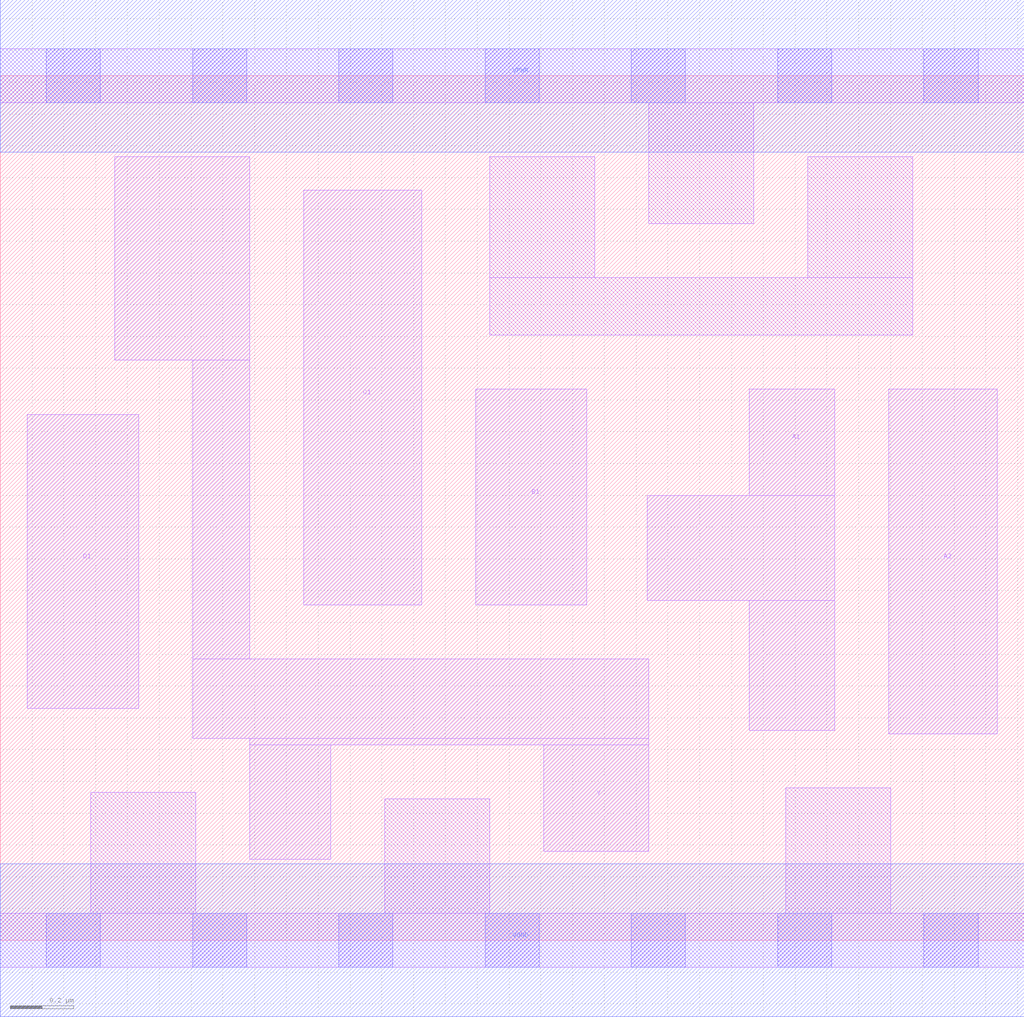
<source format=lef>
# Copyright 2020 The SkyWater PDK Authors
#
# Licensed under the Apache License, Version 2.0 (the "License");
# you may not use this file except in compliance with the License.
# You may obtain a copy of the License at
#
#     https://www.apache.org/licenses/LICENSE-2.0
#
# Unless required by applicable law or agreed to in writing, software
# distributed under the License is distributed on an "AS IS" BASIS,
# WITHOUT WARRANTIES OR CONDITIONS OF ANY KIND, either express or implied.
# See the License for the specific language governing permissions and
# limitations under the License.
#
# SPDX-License-Identifier: Apache-2.0

VERSION 5.7 ;
  NAMESCASESENSITIVE ON ;
  NOWIREEXTENSIONATPIN ON ;
  DIVIDERCHAR "/" ;
  BUSBITCHARS "[]" ;
UNITS
  DATABASE MICRONS 200 ;
END UNITS
MACRO sky130_fd_sc_hd__a2111oi_0
  CLASS CORE ;
  FOREIGN sky130_fd_sc_hd__a2111oi_0 ;
  ORIGIN  0.000000  0.000000 ;
  SIZE  3.220000 BY  2.720000 ;
  SYMMETRY X Y R90 ;
  SITE unithd ;
  PIN A1
    ANTENNAGATEAREA  0.159000 ;
    DIRECTION INPUT ;
    USE SIGNAL ;
    PORT
      LAYER li1 ;
        RECT 2.035000 1.070000 2.625000 1.400000 ;
        RECT 2.355000 0.660000 2.625000 1.070000 ;
        RECT 2.355000 1.400000 2.625000 1.735000 ;
    END
  END A1
  PIN A2
    ANTENNAGATEAREA  0.159000 ;
    DIRECTION INPUT ;
    USE SIGNAL ;
    PORT
      LAYER li1 ;
        RECT 2.795000 0.650000 3.135000 1.735000 ;
    END
  END A2
  PIN B1
    ANTENNAGATEAREA  0.159000 ;
    DIRECTION INPUT ;
    USE SIGNAL ;
    PORT
      LAYER li1 ;
        RECT 1.495000 1.055000 1.845000 1.735000 ;
    END
  END B1
  PIN C1
    ANTENNAGATEAREA  0.159000 ;
    DIRECTION INPUT ;
    USE SIGNAL ;
    PORT
      LAYER li1 ;
        RECT 0.955000 1.055000 1.325000 2.360000 ;
    END
  END C1
  PIN D1
    ANTENNAGATEAREA  0.159000 ;
    DIRECTION INPUT ;
    USE SIGNAL ;
    PORT
      LAYER li1 ;
        RECT 0.085000 0.730000 0.435000 1.655000 ;
    END
  END D1
  PIN Y
    ANTENNADIFFAREA  0.424000 ;
    DIRECTION OUTPUT ;
    USE SIGNAL ;
    PORT
      LAYER li1 ;
        RECT 0.360000 1.825000 0.785000 2.465000 ;
        RECT 0.605000 0.635000 2.040000 0.885000 ;
        RECT 0.605000 0.885000 0.785000 1.825000 ;
        RECT 0.785000 0.255000 1.040000 0.615000 ;
        RECT 0.785000 0.615000 2.040000 0.635000 ;
        RECT 1.710000 0.280000 2.040000 0.615000 ;
    END
  END Y
  PIN VGND
    DIRECTION INOUT ;
    SHAPE ABUTMENT ;
    USE GROUND ;
    PORT
      LAYER met1 ;
        RECT 0.000000 -0.240000 3.220000 0.240000 ;
    END
  END VGND
  PIN VPWR
    DIRECTION INOUT ;
    SHAPE ABUTMENT ;
    USE POWER ;
    PORT
      LAYER met1 ;
        RECT 0.000000 2.480000 3.220000 2.960000 ;
    END
  END VPWR
  OBS
    LAYER li1 ;
      RECT 0.000000 -0.085000 3.220000 0.085000 ;
      RECT 0.000000  2.635000 3.220000 2.805000 ;
      RECT 0.285000  0.085000 0.615000 0.465000 ;
      RECT 1.210000  0.085000 1.540000 0.445000 ;
      RECT 1.540000  1.905000 2.870000 2.085000 ;
      RECT 1.540000  2.085000 1.870000 2.465000 ;
      RECT 2.040000  2.255000 2.370000 2.635000 ;
      RECT 2.470000  0.085000 2.800000 0.480000 ;
      RECT 2.540000  2.085000 2.870000 2.465000 ;
    LAYER mcon ;
      RECT 0.145000 -0.085000 0.315000 0.085000 ;
      RECT 0.145000  2.635000 0.315000 2.805000 ;
      RECT 0.605000 -0.085000 0.775000 0.085000 ;
      RECT 0.605000  2.635000 0.775000 2.805000 ;
      RECT 1.065000 -0.085000 1.235000 0.085000 ;
      RECT 1.065000  2.635000 1.235000 2.805000 ;
      RECT 1.525000 -0.085000 1.695000 0.085000 ;
      RECT 1.525000  2.635000 1.695000 2.805000 ;
      RECT 1.985000 -0.085000 2.155000 0.085000 ;
      RECT 1.985000  2.635000 2.155000 2.805000 ;
      RECT 2.445000 -0.085000 2.615000 0.085000 ;
      RECT 2.445000  2.635000 2.615000 2.805000 ;
      RECT 2.905000 -0.085000 3.075000 0.085000 ;
      RECT 2.905000  2.635000 3.075000 2.805000 ;
  END
END sky130_fd_sc_hd__a2111oi_0
END LIBRARY

</source>
